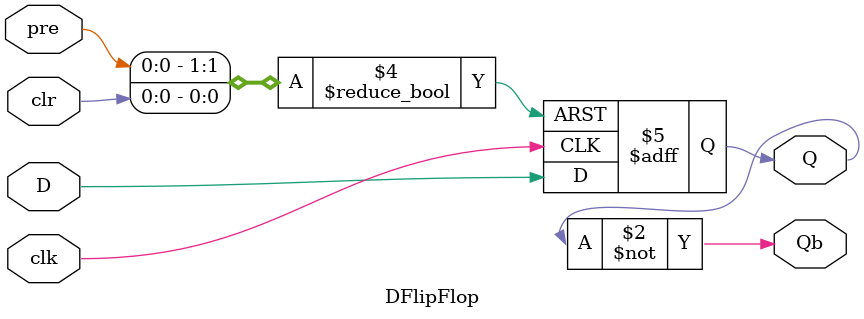
<source format=v>
`timescale 1ns / 1ps


module DFlipFlop(output reg Q, output Qb, input D, clk, clr, pre);
    
    always @(posedge clk or posedge clr or posedge pre)  
        if (clr)  
            Q <= 1'b1;  
        else if (pre)  
            Q <= 1'b1;  
        else  
            Q <= D;  
    assign Qb = ~Q;
    
endmodule



</source>
